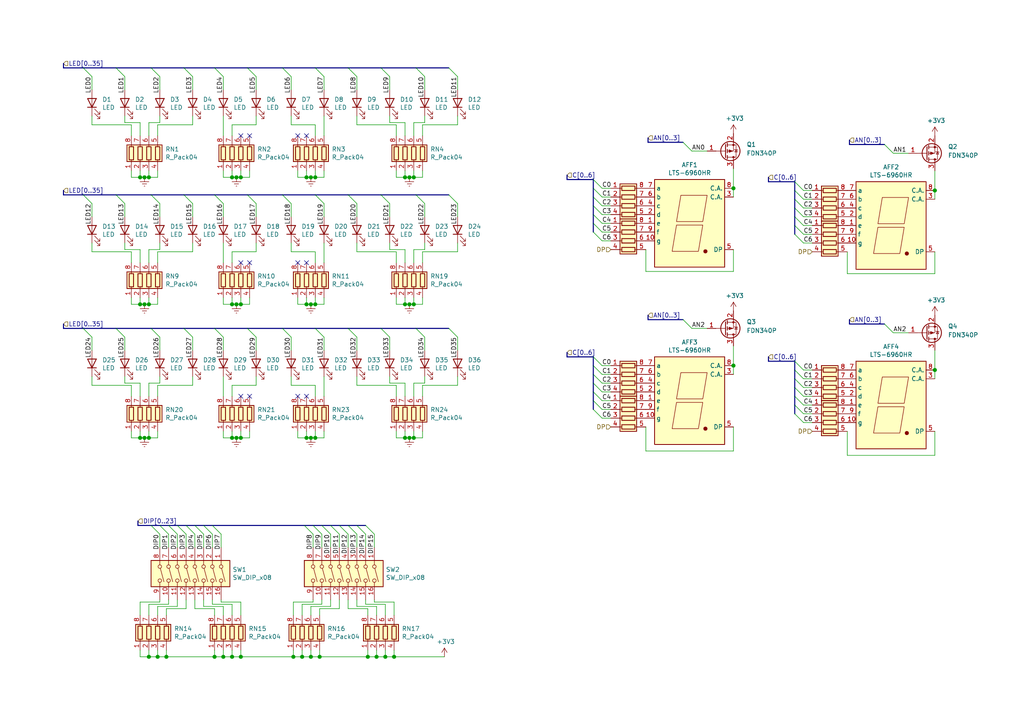
<source format=kicad_sch>
(kicad_sch (version 20201015) (generator eeschema)
  (paper "A4")
  (junction (at 40.64 51.435) (diameter 1.016))
  (junction (at 40.64 88.265) (diameter 1.016))
  (junction (at 40.64 127) (diameter 1.016))
  (junction (at 41.91 51.435) (diameter 1.016))
  (junction (at 41.91 88.265) (diameter 1.016))
  (junction (at 41.91 127) (diameter 1.016))
  (junction (at 43.18 51.435) (diameter 1.016))
  (junction (at 43.18 88.265) (diameter 1.016))
  (junction (at 43.18 127) (diameter 1.016))
  (junction (at 43.18 190.5) (diameter 1.016))
  (junction (at 45.72 190.5) (diameter 1.016))
  (junction (at 48.26 190.5) (diameter 1.016))
  (junction (at 62.23 190.5) (diameter 1.016))
  (junction (at 64.77 190.5) (diameter 1.016))
  (junction (at 67.31 51.435) (diameter 1.016))
  (junction (at 67.31 88.265) (diameter 1.016))
  (junction (at 67.31 127) (diameter 1.016))
  (junction (at 67.31 190.5) (diameter 1.016))
  (junction (at 68.58 51.435) (diameter 1.016))
  (junction (at 68.58 88.265) (diameter 1.016))
  (junction (at 68.58 127) (diameter 1.016))
  (junction (at 69.85 51.435) (diameter 1.016))
  (junction (at 69.85 88.265) (diameter 1.016))
  (junction (at 69.85 127) (diameter 1.016))
  (junction (at 69.85 190.5) (diameter 1.016))
  (junction (at 85.09 190.5) (diameter 1.016))
  (junction (at 87.63 190.5) (diameter 1.016))
  (junction (at 88.9 51.435) (diameter 1.016))
  (junction (at 88.9 88.265) (diameter 1.016))
  (junction (at 88.9 127) (diameter 1.016))
  (junction (at 90.17 51.435) (diameter 1.016))
  (junction (at 90.17 88.265) (diameter 1.016))
  (junction (at 90.17 127) (diameter 1.016))
  (junction (at 90.17 190.5) (diameter 1.016))
  (junction (at 91.44 51.435) (diameter 1.016))
  (junction (at 91.44 88.265) (diameter 1.016))
  (junction (at 91.44 127) (diameter 1.016))
  (junction (at 92.71 190.5) (diameter 1.016))
  (junction (at 106.68 190.5) (diameter 1.016))
  (junction (at 109.22 190.5) (diameter 1.016))
  (junction (at 111.76 190.5) (diameter 1.016))
  (junction (at 114.3 190.5) (diameter 1.016))
  (junction (at 117.475 51.435) (diameter 1.016))
  (junction (at 117.475 88.265) (diameter 1.016))
  (junction (at 117.475 127) (diameter 1.016))
  (junction (at 118.745 51.435) (diameter 1.016))
  (junction (at 118.745 88.265) (diameter 1.016))
  (junction (at 118.745 127) (diameter 1.016))
  (junction (at 120.015 51.435) (diameter 1.016))
  (junction (at 120.015 88.265) (diameter 1.016))
  (junction (at 120.015 127) (diameter 1.016))
  (junction (at 212.725 54.61) (diameter 1.016))
  (junction (at 212.725 106.045) (diameter 1.016))
  (junction (at 271.145 55.245) (diameter 1.016))
  (junction (at 271.145 107.315) (diameter 1.016))
  (no_connect (at 69.85 39.37))
  (no_connect (at 69.85 76.2))
  (no_connect (at 69.85 114.935))
  (no_connect (at 72.39 39.37))
  (no_connect (at 72.39 76.2))
  (no_connect (at 72.39 114.935))
  (no_connect (at 86.36 39.37))
  (no_connect (at 86.36 76.2))
  (no_connect (at 86.36 114.935))
  (no_connect (at 88.9 39.37))
  (no_connect (at 88.9 76.2))
  (no_connect (at 88.9 114.935))
  (bus_entry (at 24.13 19.685) (size 2.54 2.54) (stroke (width 0.1524)))
  (bus_entry (at 24.13 56.515) (size 2.54 2.54) (stroke (width 0.1524)))
  (bus_entry (at 24.13 95.25) (size 2.54 2.54) (stroke (width 0.1524)))
  (bus_entry (at 33.655 19.685) (size 2.54 2.54) (stroke (width 0.1524)))
  (bus_entry (at 33.655 56.515) (size 2.54 2.54) (stroke (width 0.1524)))
  (bus_entry (at 33.655 95.25) (size 2.54 2.54) (stroke (width 0.1524)))
  (bus_entry (at 43.815 19.685) (size 2.54 2.54) (stroke (width 0.1524)))
  (bus_entry (at 43.815 56.515) (size 2.54 2.54) (stroke (width 0.1524)))
  (bus_entry (at 43.815 95.25) (size 2.54 2.54) (stroke (width 0.1524)))
  (bus_entry (at 43.815 152.4) (size 2.54 2.54) (stroke (width 0.1524)))
  (bus_entry (at 46.355 152.4) (size 2.54 2.54) (stroke (width 0.1524)))
  (bus_entry (at 48.895 152.4) (size 2.54 2.54) (stroke (width 0.1524)))
  (bus_entry (at 51.435 152.4) (size 2.54 2.54) (stroke (width 0.1524)))
  (bus_entry (at 53.34 19.685) (size 2.54 2.54) (stroke (width 0.1524)))
  (bus_entry (at 53.34 56.515) (size 2.54 2.54) (stroke (width 0.1524)))
  (bus_entry (at 53.34 95.25) (size 2.54 2.54) (stroke (width 0.1524)))
  (bus_entry (at 53.975 152.4) (size 2.54 2.54) (stroke (width 0.1524)))
  (bus_entry (at 56.515 152.4) (size 2.54 2.54) (stroke (width 0.1524)))
  (bus_entry (at 59.055 152.4) (size 2.54 2.54) (stroke (width 0.1524)))
  (bus_entry (at 61.595 152.4) (size 2.54 2.54) (stroke (width 0.1524)))
  (bus_entry (at 62.23 19.685) (size 2.54 2.54) (stroke (width 0.1524)))
  (bus_entry (at 62.23 56.515) (size 2.54 2.54) (stroke (width 0.1524)))
  (bus_entry (at 62.23 95.25) (size 2.54 2.54) (stroke (width 0.1524)))
  (bus_entry (at 71.755 19.685) (size 2.54 2.54) (stroke (width 0.1524)))
  (bus_entry (at 71.755 56.515) (size 2.54 2.54) (stroke (width 0.1524)))
  (bus_entry (at 71.755 95.25) (size 2.54 2.54) (stroke (width 0.1524)))
  (bus_entry (at 81.915 19.685) (size 2.54 2.54) (stroke (width 0.1524)))
  (bus_entry (at 81.915 56.515) (size 2.54 2.54) (stroke (width 0.1524)))
  (bus_entry (at 81.915 95.25) (size 2.54 2.54) (stroke (width 0.1524)))
  (bus_entry (at 88.265 152.4) (size 2.54 2.54) (stroke (width 0.1524)))
  (bus_entry (at 90.805 152.4) (size 2.54 2.54) (stroke (width 0.1524)))
  (bus_entry (at 91.44 19.685) (size 2.54 2.54) (stroke (width 0.1524)))
  (bus_entry (at 91.44 56.515) (size 2.54 2.54) (stroke (width 0.1524)))
  (bus_entry (at 91.44 95.25) (size 2.54 2.54) (stroke (width 0.1524)))
  (bus_entry (at 93.345 152.4) (size 2.54 2.54) (stroke (width 0.1524)))
  (bus_entry (at 95.885 152.4) (size 2.54 2.54) (stroke (width 0.1524)))
  (bus_entry (at 98.425 152.4) (size 2.54 2.54) (stroke (width 0.1524)))
  (bus_entry (at 100.965 19.685) (size 2.54 2.54) (stroke (width 0.1524)))
  (bus_entry (at 100.965 56.515) (size 2.54 2.54) (stroke (width 0.1524)))
  (bus_entry (at 100.965 95.25) (size 2.54 2.54) (stroke (width 0.1524)))
  (bus_entry (at 100.965 152.4) (size 2.54 2.54) (stroke (width 0.1524)))
  (bus_entry (at 103.505 152.4) (size 2.54 2.54) (stroke (width 0.1524)))
  (bus_entry (at 106.045 152.4) (size 2.54 2.54) (stroke (width 0.1524)))
  (bus_entry (at 110.49 19.685) (size 2.54 2.54) (stroke (width 0.1524)))
  (bus_entry (at 110.49 56.515) (size 2.54 2.54) (stroke (width 0.1524)))
  (bus_entry (at 110.49 95.25) (size 2.54 2.54) (stroke (width 0.1524)))
  (bus_entry (at 120.65 19.685) (size 2.54 2.54) (stroke (width 0.1524)))
  (bus_entry (at 120.65 56.515) (size 2.54 2.54) (stroke (width 0.1524)))
  (bus_entry (at 120.65 95.25) (size 2.54 2.54) (stroke (width 0.1524)))
  (bus_entry (at 130.175 19.685) (size 2.54 2.54) (stroke (width 0.1524)))
  (bus_entry (at 130.175 56.515) (size 2.54 2.54) (stroke (width 0.1524)))
  (bus_entry (at 130.175 95.25) (size 2.54 2.54) (stroke (width 0.1524)))
  (bus_entry (at 172.085 52.07) (size 2.54 2.54) (stroke (width 0.1524)))
  (bus_entry (at 172.085 54.61) (size 2.54 2.54) (stroke (width 0.1524)))
  (bus_entry (at 172.085 57.15) (size 2.54 2.54) (stroke (width 0.1524)))
  (bus_entry (at 172.085 59.69) (size 2.54 2.54) (stroke (width 0.1524)))
  (bus_entry (at 172.085 62.23) (size 2.54 2.54) (stroke (width 0.1524)))
  (bus_entry (at 172.085 64.77) (size 2.54 2.54) (stroke (width 0.1524)))
  (bus_entry (at 172.085 67.31) (size 2.54 2.54) (stroke (width 0.1524)))
  (bus_entry (at 172.085 103.505) (size 2.54 2.54) (stroke (width 0.1524)))
  (bus_entry (at 172.085 106.045) (size 2.54 2.54) (stroke (width 0.1524)))
  (bus_entry (at 172.085 108.585) (size 2.54 2.54) (stroke (width 0.1524)))
  (bus_entry (at 172.085 111.125) (size 2.54 2.54) (stroke (width 0.1524)))
  (bus_entry (at 172.085 113.665) (size 2.54 2.54) (stroke (width 0.1524)))
  (bus_entry (at 172.085 116.205) (size 2.54 2.54) (stroke (width 0.1524)))
  (bus_entry (at 172.085 118.745) (size 2.54 2.54) (stroke (width 0.1524)))
  (bus_entry (at 198.12 41.275) (size 2.54 2.54) (stroke (width 0.1524)))
  (bus_entry (at 198.12 92.71) (size 2.54 2.54) (stroke (width 0.1524)))
  (bus_entry (at 230.505 52.705) (size 2.54 2.54) (stroke (width 0.1524)))
  (bus_entry (at 230.505 55.245) (size 2.54 2.54) (stroke (width 0.1524)))
  (bus_entry (at 230.505 57.785) (size 2.54 2.54) (stroke (width 0.1524)))
  (bus_entry (at 230.505 60.325) (size 2.54 2.54) (stroke (width 0.1524)))
  (bus_entry (at 230.505 62.865) (size 2.54 2.54) (stroke (width 0.1524)))
  (bus_entry (at 230.505 65.405) (size 2.54 2.54) (stroke (width 0.1524)))
  (bus_entry (at 230.505 67.945) (size 2.54 2.54) (stroke (width 0.1524)))
  (bus_entry (at 230.505 104.775) (size 2.54 2.54) (stroke (width 0.1524)))
  (bus_entry (at 230.505 107.315) (size 2.54 2.54) (stroke (width 0.1524)))
  (bus_entry (at 230.505 109.855) (size 2.54 2.54) (stroke (width 0.1524)))
  (bus_entry (at 230.505 112.395) (size 2.54 2.54) (stroke (width 0.1524)))
  (bus_entry (at 230.505 114.935) (size 2.54 2.54) (stroke (width 0.1524)))
  (bus_entry (at 230.505 117.475) (size 2.54 2.54) (stroke (width 0.1524)))
  (bus_entry (at 230.505 120.015) (size 2.54 2.54) (stroke (width 0.1524)))
  (bus_entry (at 256.54 41.91) (size 2.54 2.54) (stroke (width 0.1524)))
  (bus_entry (at 256.54 93.98) (size 2.54 2.54) (stroke (width 0.1524)))
  (wire (pts (xy 26.67 22.225) (xy 26.67 26.035)))
  (wire (pts (xy 26.67 33.655) (xy 26.67 36.195)))
  (wire (pts (xy 26.67 36.195) (xy 38.1 36.195)))
  (wire (pts (xy 26.67 59.055) (xy 26.67 62.865)))
  (wire (pts (xy 26.67 70.485) (xy 26.67 73.025)))
  (wire (pts (xy 26.67 73.025) (xy 38.1 73.025)))
  (wire (pts (xy 26.67 97.79) (xy 26.67 101.6)))
  (wire (pts (xy 26.67 109.22) (xy 26.67 111.76)))
  (wire (pts (xy 26.67 111.76) (xy 38.1 111.76)))
  (wire (pts (xy 36.195 22.225) (xy 36.195 26.035)))
  (wire (pts (xy 36.195 33.655) (xy 36.195 35.56)))
  (wire (pts (xy 36.195 35.56) (xy 40.64 35.56)))
  (wire (pts (xy 36.195 59.055) (xy 36.195 62.865)))
  (wire (pts (xy 36.195 70.485) (xy 36.195 72.39)))
  (wire (pts (xy 36.195 72.39) (xy 40.64 72.39)))
  (wire (pts (xy 36.195 97.79) (xy 36.195 101.6)))
  (wire (pts (xy 36.195 109.22) (xy 36.195 111.125)))
  (wire (pts (xy 36.195 111.125) (xy 40.64 111.125)))
  (wire (pts (xy 38.1 36.195) (xy 38.1 39.37)))
  (wire (pts (xy 38.1 49.53) (xy 38.1 51.435)))
  (wire (pts (xy 38.1 51.435) (xy 40.64 51.435)))
  (wire (pts (xy 38.1 73.025) (xy 38.1 76.2)))
  (wire (pts (xy 38.1 86.36) (xy 38.1 88.265)))
  (wire (pts (xy 38.1 88.265) (xy 40.64 88.265)))
  (wire (pts (xy 38.1 111.76) (xy 38.1 114.935)))
  (wire (pts (xy 38.1 125.095) (xy 38.1 127)))
  (wire (pts (xy 38.1 127) (xy 40.64 127)))
  (wire (pts (xy 40.64 35.56) (xy 40.64 39.37)))
  (wire (pts (xy 40.64 49.53) (xy 40.64 51.435)))
  (wire (pts (xy 40.64 51.435) (xy 41.91 51.435)))
  (wire (pts (xy 40.64 72.39) (xy 40.64 76.2)))
  (wire (pts (xy 40.64 86.36) (xy 40.64 88.265)))
  (wire (pts (xy 40.64 88.265) (xy 41.91 88.265)))
  (wire (pts (xy 40.64 111.125) (xy 40.64 114.935)))
  (wire (pts (xy 40.64 125.095) (xy 40.64 127)))
  (wire (pts (xy 40.64 127) (xy 41.91 127)))
  (wire (pts (xy 40.64 174.625) (xy 40.64 178.435)))
  (wire (pts (xy 40.64 188.595) (xy 40.64 190.5)))
  (wire (pts (xy 40.64 190.5) (xy 43.18 190.5)))
  (wire (pts (xy 41.91 51.435) (xy 43.18 51.435)))
  (wire (pts (xy 41.91 88.265) (xy 43.18 88.265)))
  (wire (pts (xy 41.91 127) (xy 43.18 127)))
  (wire (pts (xy 43.18 35.56) (xy 43.18 39.37)))
  (wire (pts (xy 43.18 49.53) (xy 43.18 51.435)))
  (wire (pts (xy 43.18 51.435) (xy 45.72 51.435)))
  (wire (pts (xy 43.18 72.39) (xy 43.18 76.2)))
  (wire (pts (xy 43.18 86.36) (xy 43.18 88.265)))
  (wire (pts (xy 43.18 88.265) (xy 45.72 88.265)))
  (wire (pts (xy 43.18 111.125) (xy 43.18 114.935)))
  (wire (pts (xy 43.18 125.095) (xy 43.18 127)))
  (wire (pts (xy 43.18 127) (xy 45.72 127)))
  (wire (pts (xy 43.18 175.26) (xy 43.18 178.435)))
  (wire (pts (xy 43.18 188.595) (xy 43.18 190.5)))
  (wire (pts (xy 43.18 190.5) (xy 45.72 190.5)))
  (wire (pts (xy 45.72 36.195) (xy 55.88 36.195)))
  (wire (pts (xy 45.72 39.37) (xy 45.72 36.195)))
  (wire (pts (xy 45.72 51.435) (xy 45.72 49.53)))
  (wire (pts (xy 45.72 73.025) (xy 55.88 73.025)))
  (wire (pts (xy 45.72 76.2) (xy 45.72 73.025)))
  (wire (pts (xy 45.72 88.265) (xy 45.72 86.36)))
  (wire (pts (xy 45.72 111.76) (xy 55.88 111.76)))
  (wire (pts (xy 45.72 114.935) (xy 45.72 111.76)))
  (wire (pts (xy 45.72 127) (xy 45.72 125.095)))
  (wire (pts (xy 45.72 175.895) (xy 45.72 178.435)))
  (wire (pts (xy 45.72 188.595) (xy 45.72 190.5)))
  (wire (pts (xy 45.72 190.5) (xy 48.26 190.5)))
  (wire (pts (xy 46.355 22.225) (xy 46.355 26.035)))
  (wire (pts (xy 46.355 33.655) (xy 46.355 35.56)))
  (wire (pts (xy 46.355 35.56) (xy 43.18 35.56)))
  (wire (pts (xy 46.355 59.055) (xy 46.355 62.865)))
  (wire (pts (xy 46.355 70.485) (xy 46.355 72.39)))
  (wire (pts (xy 46.355 72.39) (xy 43.18 72.39)))
  (wire (pts (xy 46.355 97.79) (xy 46.355 101.6)))
  (wire (pts (xy 46.355 109.22) (xy 46.355 111.125)))
  (wire (pts (xy 46.355 111.125) (xy 43.18 111.125)))
  (wire (pts (xy 46.355 154.94) (xy 46.355 158.75)))
  (wire (pts (xy 46.355 173.99) (xy 46.355 174.625)))
  (wire (pts (xy 46.355 174.625) (xy 40.64 174.625)))
  (wire (pts (xy 48.26 176.53) (xy 48.26 178.435)))
  (wire (pts (xy 48.26 190.5) (xy 48.26 188.595)))
  (wire (pts (xy 48.26 190.5) (xy 62.23 190.5)))
  (wire (pts (xy 48.895 154.94) (xy 48.895 158.75)))
  (wire (pts (xy 48.895 173.99) (xy 48.895 175.26)))
  (wire (pts (xy 48.895 175.26) (xy 43.18 175.26)))
  (wire (pts (xy 51.435 154.94) (xy 51.435 158.75)))
  (wire (pts (xy 51.435 173.99) (xy 51.435 175.895)))
  (wire (pts (xy 51.435 175.895) (xy 45.72 175.895)))
  (wire (pts (xy 53.975 154.94) (xy 53.975 158.75)))
  (wire (pts (xy 53.975 173.99) (xy 53.975 176.53)))
  (wire (pts (xy 53.975 176.53) (xy 48.26 176.53)))
  (wire (pts (xy 55.88 22.225) (xy 55.88 26.035)))
  (wire (pts (xy 55.88 36.195) (xy 55.88 33.655)))
  (wire (pts (xy 55.88 59.055) (xy 55.88 62.865)))
  (wire (pts (xy 55.88 73.025) (xy 55.88 70.485)))
  (wire (pts (xy 55.88 97.79) (xy 55.88 101.6)))
  (wire (pts (xy 55.88 111.76) (xy 55.88 109.22)))
  (wire (pts (xy 56.515 154.94) (xy 56.515 158.75)))
  (wire (pts (xy 56.515 173.99) (xy 56.515 176.53)))
  (wire (pts (xy 56.515 176.53) (xy 62.23 176.53)))
  (wire (pts (xy 59.055 154.94) (xy 59.055 158.75)))
  (wire (pts (xy 59.055 173.99) (xy 59.055 175.895)))
  (wire (pts (xy 59.055 175.895) (xy 64.77 175.895)))
  (wire (pts (xy 61.595 154.94) (xy 61.595 158.75)))
  (wire (pts (xy 61.595 173.99) (xy 61.595 175.26)))
  (wire (pts (xy 61.595 175.26) (xy 67.31 175.26)))
  (wire (pts (xy 62.23 176.53) (xy 62.23 178.435)))
  (wire (pts (xy 62.23 188.595) (xy 62.23 190.5)))
  (wire (pts (xy 62.23 190.5) (xy 64.77 190.5)))
  (wire (pts (xy 64.135 154.94) (xy 64.135 158.75)))
  (wire (pts (xy 64.135 173.99) (xy 64.135 174.625)))
  (wire (pts (xy 64.135 174.625) (xy 69.85 174.625)))
  (wire (pts (xy 64.77 22.225) (xy 64.77 26.035)))
  (wire (pts (xy 64.77 33.655) (xy 64.77 39.37)))
  (wire (pts (xy 64.77 49.53) (xy 64.77 51.435)))
  (wire (pts (xy 64.77 51.435) (xy 67.31 51.435)))
  (wire (pts (xy 64.77 59.055) (xy 64.77 62.865)))
  (wire (pts (xy 64.77 70.485) (xy 64.77 76.2)))
  (wire (pts (xy 64.77 86.36) (xy 64.77 88.265)))
  (wire (pts (xy 64.77 88.265) (xy 67.31 88.265)))
  (wire (pts (xy 64.77 97.79) (xy 64.77 101.6)))
  (wire (pts (xy 64.77 109.22) (xy 64.77 114.935)))
  (wire (pts (xy 64.77 125.095) (xy 64.77 127)))
  (wire (pts (xy 64.77 127) (xy 67.31 127)))
  (wire (pts (xy 64.77 175.895) (xy 64.77 178.435)))
  (wire (pts (xy 64.77 188.595) (xy 64.77 190.5)))
  (wire (pts (xy 64.77 190.5) (xy 67.31 190.5)))
  (wire (pts (xy 67.31 36.195) (xy 67.31 39.37)))
  (wire (pts (xy 67.31 36.195) (xy 74.295 36.195)))
  (wire (pts (xy 67.31 49.53) (xy 67.31 51.435)))
  (wire (pts (xy 67.31 51.435) (xy 68.58 51.435)))
  (wire (pts (xy 67.31 73.025) (xy 67.31 76.2)))
  (wire (pts (xy 67.31 73.025) (xy 74.295 73.025)))
  (wire (pts (xy 67.31 86.36) (xy 67.31 88.265)))
  (wire (pts (xy 67.31 88.265) (xy 68.58 88.265)))
  (wire (pts (xy 67.31 111.76) (xy 67.31 114.935)))
  (wire (pts (xy 67.31 111.76) (xy 74.295 111.76)))
  (wire (pts (xy 67.31 125.095) (xy 67.31 127)))
  (wire (pts (xy 67.31 127) (xy 68.58 127)))
  (wire (pts (xy 67.31 175.26) (xy 67.31 178.435)))
  (wire (pts (xy 67.31 188.595) (xy 67.31 190.5)))
  (wire (pts (xy 67.31 190.5) (xy 69.85 190.5)))
  (wire (pts (xy 68.58 51.435) (xy 69.85 51.435)))
  (wire (pts (xy 68.58 88.265) (xy 69.85 88.265)))
  (wire (pts (xy 68.58 127) (xy 69.85 127)))
  (wire (pts (xy 69.85 49.53) (xy 69.85 51.435)))
  (wire (pts (xy 69.85 51.435) (xy 72.39 51.435)))
  (wire (pts (xy 69.85 86.36) (xy 69.85 88.265)))
  (wire (pts (xy 69.85 88.265) (xy 72.39 88.265)))
  (wire (pts (xy 69.85 125.095) (xy 69.85 127)))
  (wire (pts (xy 69.85 127) (xy 72.39 127)))
  (wire (pts (xy 69.85 174.625) (xy 69.85 178.435)))
  (wire (pts (xy 69.85 190.5) (xy 69.85 188.595)))
  (wire (pts (xy 69.85 190.5) (xy 85.09 190.5)))
  (wire (pts (xy 72.39 51.435) (xy 72.39 49.53)))
  (wire (pts (xy 72.39 88.265) (xy 72.39 86.36)))
  (wire (pts (xy 72.39 127) (xy 72.39 125.095)))
  (wire (pts (xy 74.295 22.225) (xy 74.295 26.035)))
  (wire (pts (xy 74.295 36.195) (xy 74.295 33.655)))
  (wire (pts (xy 74.295 59.055) (xy 74.295 62.865)))
  (wire (pts (xy 74.295 73.025) (xy 74.295 70.485)))
  (wire (pts (xy 74.295 97.79) (xy 74.295 101.6)))
  (wire (pts (xy 74.295 111.76) (xy 74.295 109.22)))
  (wire (pts (xy 84.455 22.225) (xy 84.455 26.035)))
  (wire (pts (xy 84.455 33.655) (xy 84.455 36.195)))
  (wire (pts (xy 84.455 36.195) (xy 91.44 36.195)))
  (wire (pts (xy 84.455 59.055) (xy 84.455 62.865)))
  (wire (pts (xy 84.455 70.485) (xy 84.455 73.025)))
  (wire (pts (xy 84.455 73.025) (xy 91.44 73.025)))
  (wire (pts (xy 84.455 97.79) (xy 84.455 101.6)))
  (wire (pts (xy 84.455 109.22) (xy 84.455 111.76)))
  (wire (pts (xy 84.455 111.76) (xy 91.44 111.76)))
  (wire (pts (xy 85.09 174.625) (xy 85.09 178.435)))
  (wire (pts (xy 85.09 188.595) (xy 85.09 190.5)))
  (wire (pts (xy 85.09 190.5) (xy 87.63 190.5)))
  (wire (pts (xy 86.36 49.53) (xy 86.36 51.435)))
  (wire (pts (xy 86.36 51.435) (xy 88.9 51.435)))
  (wire (pts (xy 86.36 86.36) (xy 86.36 88.265)))
  (wire (pts (xy 86.36 88.265) (xy 88.9 88.265)))
  (wire (pts (xy 86.36 125.095) (xy 86.36 127)))
  (wire (pts (xy 86.36 127) (xy 88.9 127)))
  (wire (pts (xy 87.63 175.26) (xy 87.63 178.435)))
  (wire (pts (xy 87.63 188.595) (xy 87.63 190.5)))
  (wire (pts (xy 87.63 190.5) (xy 90.17 190.5)))
  (wire (pts (xy 88.9 49.53) (xy 88.9 51.435)))
  (wire (pts (xy 88.9 51.435) (xy 90.17 51.435)))
  (wire (pts (xy 88.9 86.36) (xy 88.9 88.265)))
  (wire (pts (xy 88.9 88.265) (xy 90.17 88.265)))
  (wire (pts (xy 88.9 125.095) (xy 88.9 127)))
  (wire (pts (xy 88.9 127) (xy 90.17 127)))
  (wire (pts (xy 90.17 51.435) (xy 91.44 51.435)))
  (wire (pts (xy 90.17 88.265) (xy 91.44 88.265)))
  (wire (pts (xy 90.17 127) (xy 91.44 127)))
  (wire (pts (xy 90.17 175.895) (xy 90.17 178.435)))
  (wire (pts (xy 90.17 188.595) (xy 90.17 190.5)))
  (wire (pts (xy 90.17 190.5) (xy 92.71 190.5)))
  (wire (pts (xy 90.805 154.94) (xy 90.805 158.75)))
  (wire (pts (xy 90.805 173.99) (xy 90.805 174.625)))
  (wire (pts (xy 90.805 174.625) (xy 85.09 174.625)))
  (wire (pts (xy 91.44 36.195) (xy 91.44 39.37)))
  (wire (pts (xy 91.44 49.53) (xy 91.44 51.435)))
  (wire (pts (xy 91.44 51.435) (xy 93.98 51.435)))
  (wire (pts (xy 91.44 73.025) (xy 91.44 76.2)))
  (wire (pts (xy 91.44 86.36) (xy 91.44 88.265)))
  (wire (pts (xy 91.44 88.265) (xy 93.98 88.265)))
  (wire (pts (xy 91.44 111.76) (xy 91.44 114.935)))
  (wire (pts (xy 91.44 125.095) (xy 91.44 127)))
  (wire (pts (xy 91.44 127) (xy 93.98 127)))
  (wire (pts (xy 92.71 176.53) (xy 92.71 178.435)))
  (wire (pts (xy 92.71 190.5) (xy 92.71 188.595)))
  (wire (pts (xy 92.71 190.5) (xy 106.68 190.5)))
  (wire (pts (xy 93.345 154.94) (xy 93.345 158.75)))
  (wire (pts (xy 93.345 173.99) (xy 93.345 175.26)))
  (wire (pts (xy 93.345 175.26) (xy 87.63 175.26)))
  (wire (pts (xy 93.98 22.225) (xy 93.98 26.035)))
  (wire (pts (xy 93.98 33.655) (xy 93.98 39.37)))
  (wire (pts (xy 93.98 51.435) (xy 93.98 49.53)))
  (wire (pts (xy 93.98 59.055) (xy 93.98 62.865)))
  (wire (pts (xy 93.98 70.485) (xy 93.98 76.2)))
  (wire (pts (xy 93.98 88.265) (xy 93.98 86.36)))
  (wire (pts (xy 93.98 97.79) (xy 93.98 101.6)))
  (wire (pts (xy 93.98 109.22) (xy 93.98 114.935)))
  (wire (pts (xy 93.98 127) (xy 93.98 125.095)))
  (wire (pts (xy 95.885 154.94) (xy 95.885 158.75)))
  (wire (pts (xy 95.885 173.99) (xy 95.885 175.895)))
  (wire (pts (xy 95.885 175.895) (xy 90.17 175.895)))
  (wire (pts (xy 98.425 154.94) (xy 98.425 158.75)))
  (wire (pts (xy 98.425 173.99) (xy 98.425 176.53)))
  (wire (pts (xy 98.425 176.53) (xy 92.71 176.53)))
  (wire (pts (xy 100.965 154.94) (xy 100.965 158.75)))
  (wire (pts (xy 100.965 173.99) (xy 100.965 176.53)))
  (wire (pts (xy 100.965 176.53) (xy 106.68 176.53)))
  (wire (pts (xy 103.505 22.225) (xy 103.505 26.035)))
  (wire (pts (xy 103.505 33.655) (xy 103.505 36.195)))
  (wire (pts (xy 103.505 36.195) (xy 114.935 36.195)))
  (wire (pts (xy 103.505 59.055) (xy 103.505 62.865)))
  (wire (pts (xy 103.505 70.485) (xy 103.505 73.025)))
  (wire (pts (xy 103.505 73.025) (xy 114.935 73.025)))
  (wire (pts (xy 103.505 97.79) (xy 103.505 101.6)))
  (wire (pts (xy 103.505 109.22) (xy 103.505 111.76)))
  (wire (pts (xy 103.505 111.76) (xy 114.935 111.76)))
  (wire (pts (xy 103.505 154.94) (xy 103.505 158.75)))
  (wire (pts (xy 103.505 173.99) (xy 103.505 175.895)))
  (wire (pts (xy 103.505 175.895) (xy 109.22 175.895)))
  (wire (pts (xy 106.045 154.94) (xy 106.045 158.75)))
  (wire (pts (xy 106.045 173.99) (xy 106.045 175.26)))
  (wire (pts (xy 106.045 175.26) (xy 111.76 175.26)))
  (wire (pts (xy 106.68 176.53) (xy 106.68 178.435)))
  (wire (pts (xy 106.68 188.595) (xy 106.68 190.5)))
  (wire (pts (xy 106.68 190.5) (xy 109.22 190.5)))
  (wire (pts (xy 108.585 154.94) (xy 108.585 158.75)))
  (wire (pts (xy 108.585 173.99) (xy 108.585 174.625)))
  (wire (pts (xy 108.585 174.625) (xy 114.3 174.625)))
  (wire (pts (xy 109.22 175.895) (xy 109.22 178.435)))
  (wire (pts (xy 109.22 188.595) (xy 109.22 190.5)))
  (wire (pts (xy 109.22 190.5) (xy 111.76 190.5)))
  (wire (pts (xy 111.76 175.26) (xy 111.76 178.435)))
  (wire (pts (xy 111.76 188.595) (xy 111.76 190.5)))
  (wire (pts (xy 111.76 190.5) (xy 114.3 190.5)))
  (wire (pts (xy 113.03 22.225) (xy 113.03 26.035)))
  (wire (pts (xy 113.03 33.655) (xy 113.03 35.56)))
  (wire (pts (xy 113.03 35.56) (xy 117.475 35.56)))
  (wire (pts (xy 113.03 59.055) (xy 113.03 62.865)))
  (wire (pts (xy 113.03 70.485) (xy 113.03 72.39)))
  (wire (pts (xy 113.03 72.39) (xy 117.475 72.39)))
  (wire (pts (xy 113.03 97.79) (xy 113.03 101.6)))
  (wire (pts (xy 113.03 109.22) (xy 113.03 111.125)))
  (wire (pts (xy 113.03 111.125) (xy 117.475 111.125)))
  (wire (pts (xy 114.3 174.625) (xy 114.3 178.435)))
  (wire (pts (xy 114.3 190.5) (xy 114.3 188.595)))
  (wire (pts (xy 114.3 190.5) (xy 128.905 190.5)))
  (wire (pts (xy 114.935 36.195) (xy 114.935 39.37)))
  (wire (pts (xy 114.935 49.53) (xy 114.935 51.435)))
  (wire (pts (xy 114.935 51.435) (xy 117.475 51.435)))
  (wire (pts (xy 114.935 73.025) (xy 114.935 76.2)))
  (wire (pts (xy 114.935 86.36) (xy 114.935 88.265)))
  (wire (pts (xy 114.935 88.265) (xy 117.475 88.265)))
  (wire (pts (xy 114.935 111.76) (xy 114.935 114.935)))
  (wire (pts (xy 114.935 125.095) (xy 114.935 127)))
  (wire (pts (xy 114.935 127) (xy 117.475 127)))
  (wire (pts (xy 117.475 35.56) (xy 117.475 39.37)))
  (wire (pts (xy 117.475 49.53) (xy 117.475 51.435)))
  (wire (pts (xy 117.475 51.435) (xy 118.745 51.435)))
  (wire (pts (xy 117.475 72.39) (xy 117.475 76.2)))
  (wire (pts (xy 117.475 86.36) (xy 117.475 88.265)))
  (wire (pts (xy 117.475 88.265) (xy 118.745 88.265)))
  (wire (pts (xy 117.475 111.125) (xy 117.475 114.935)))
  (wire (pts (xy 117.475 125.095) (xy 117.475 127)))
  (wire (pts (xy 117.475 127) (xy 118.745 127)))
  (wire (pts (xy 118.745 51.435) (xy 120.015 51.435)))
  (wire (pts (xy 118.745 88.265) (xy 120.015 88.265)))
  (wire (pts (xy 118.745 127) (xy 120.015 127)))
  (wire (pts (xy 120.015 35.56) (xy 120.015 39.37)))
  (wire (pts (xy 120.015 49.53) (xy 120.015 51.435)))
  (wire (pts (xy 120.015 51.435) (xy 122.555 51.435)))
  (wire (pts (xy 120.015 72.39) (xy 120.015 76.2)))
  (wire (pts (xy 120.015 86.36) (xy 120.015 88.265)))
  (wire (pts (xy 120.015 88.265) (xy 122.555 88.265)))
  (wire (pts (xy 120.015 111.125) (xy 120.015 114.935)))
  (wire (pts (xy 120.015 125.095) (xy 120.015 127)))
  (wire (pts (xy 120.015 127) (xy 122.555 127)))
  (wire (pts (xy 122.555 36.195) (xy 132.715 36.195)))
  (wire (pts (xy 122.555 39.37) (xy 122.555 36.195)))
  (wire (pts (xy 122.555 51.435) (xy 122.555 49.53)))
  (wire (pts (xy 122.555 73.025) (xy 132.715 73.025)))
  (wire (pts (xy 122.555 76.2) (xy 122.555 73.025)))
  (wire (pts (xy 122.555 88.265) (xy 122.555 86.36)))
  (wire (pts (xy 122.555 111.76) (xy 132.715 111.76)))
  (wire (pts (xy 122.555 114.935) (xy 122.555 111.76)))
  (wire (pts (xy 122.555 127) (xy 122.555 125.095)))
  (wire (pts (xy 123.19 22.225) (xy 123.19 26.035)))
  (wire (pts (xy 123.19 33.655) (xy 123.19 35.56)))
  (wire (pts (xy 123.19 35.56) (xy 120.015 35.56)))
  (wire (pts (xy 123.19 59.055) (xy 123.19 62.865)))
  (wire (pts (xy 123.19 70.485) (xy 123.19 72.39)))
  (wire (pts (xy 123.19 72.39) (xy 120.015 72.39)))
  (wire (pts (xy 123.19 97.79) (xy 123.19 101.6)))
  (wire (pts (xy 123.19 109.22) (xy 123.19 111.125)))
  (wire (pts (xy 123.19 111.125) (xy 120.015 111.125)))
  (wire (pts (xy 132.715 22.225) (xy 132.715 26.035)))
  (wire (pts (xy 132.715 36.195) (xy 132.715 33.655)))
  (wire (pts (xy 132.715 59.055) (xy 132.715 62.865)))
  (wire (pts (xy 132.715 73.025) (xy 132.715 70.485)))
  (wire (pts (xy 132.715 97.79) (xy 132.715 101.6)))
  (wire (pts (xy 132.715 111.76) (xy 132.715 109.22)))
  (wire (pts (xy 177.165 54.61) (xy 174.625 54.61)))
  (wire (pts (xy 177.165 57.15) (xy 174.625 57.15)))
  (wire (pts (xy 177.165 59.69) (xy 174.625 59.69)))
  (wire (pts (xy 177.165 62.23) (xy 174.625 62.23)))
  (wire (pts (xy 177.165 64.77) (xy 174.625 64.77)))
  (wire (pts (xy 177.165 67.31) (xy 174.625 67.31)))
  (wire (pts (xy 177.165 69.85) (xy 174.625 69.85)))
  (wire (pts (xy 177.165 106.045) (xy 174.625 106.045)))
  (wire (pts (xy 177.165 108.585) (xy 174.625 108.585)))
  (wire (pts (xy 177.165 111.125) (xy 174.625 111.125)))
  (wire (pts (xy 177.165 113.665) (xy 174.625 113.665)))
  (wire (pts (xy 177.165 116.205) (xy 174.625 116.205)))
  (wire (pts (xy 177.165 118.745) (xy 174.625 118.745)))
  (wire (pts (xy 177.165 121.285) (xy 174.625 121.285)))
  (wire (pts (xy 187.325 72.39) (xy 187.325 78.74)))
  (wire (pts (xy 187.325 78.74) (xy 212.725 78.74)))
  (wire (pts (xy 187.325 123.825) (xy 187.325 130.81)))
  (wire (pts (xy 187.325 130.81) (xy 212.725 130.81)))
  (wire (pts (xy 205.105 43.815) (xy 200.66 43.815)))
  (wire (pts (xy 205.105 95.25) (xy 200.66 95.25)))
  (wire (pts (xy 212.725 48.895) (xy 212.725 54.61)))
  (wire (pts (xy 212.725 54.61) (xy 212.725 57.15)))
  (wire (pts (xy 212.725 78.74) (xy 212.725 72.39)))
  (wire (pts (xy 212.725 100.33) (xy 212.725 106.045)))
  (wire (pts (xy 212.725 106.045) (xy 212.725 108.585)))
  (wire (pts (xy 212.725 130.81) (xy 212.725 123.825)))
  (wire (pts (xy 235.585 55.245) (xy 233.045 55.245)))
  (wire (pts (xy 235.585 57.785) (xy 233.045 57.785)))
  (wire (pts (xy 235.585 60.325) (xy 233.045 60.325)))
  (wire (pts (xy 235.585 62.865) (xy 233.045 62.865)))
  (wire (pts (xy 235.585 65.405) (xy 233.045 65.405)))
  (wire (pts (xy 235.585 67.945) (xy 233.045 67.945)))
  (wire (pts (xy 235.585 70.485) (xy 233.045 70.485)))
  (wire (pts (xy 235.585 107.315) (xy 233.045 107.315)))
  (wire (pts (xy 235.585 109.855) (xy 233.045 109.855)))
  (wire (pts (xy 235.585 112.395) (xy 233.045 112.395)))
  (wire (pts (xy 235.585 114.935) (xy 233.045 114.935)))
  (wire (pts (xy 235.585 117.475) (xy 233.045 117.475)))
  (wire (pts (xy 235.585 120.015) (xy 233.045 120.015)))
  (wire (pts (xy 235.585 122.555) (xy 233.045 122.555)))
  (wire (pts (xy 245.745 73.025) (xy 245.745 79.375)))
  (wire (pts (xy 245.745 79.375) (xy 271.145 79.375)))
  (wire (pts (xy 245.745 125.095) (xy 245.745 132.08)))
  (wire (pts (xy 245.745 132.08) (xy 271.145 132.08)))
  (wire (pts (xy 263.525 44.45) (xy 259.08 44.45)))
  (wire (pts (xy 263.525 96.52) (xy 259.08 96.52)))
  (wire (pts (xy 271.145 49.53) (xy 271.145 55.245)))
  (wire (pts (xy 271.145 55.245) (xy 271.145 57.785)))
  (wire (pts (xy 271.145 79.375) (xy 271.145 73.025)))
  (wire (pts (xy 271.145 101.6) (xy 271.145 107.315)))
  (wire (pts (xy 271.145 107.315) (xy 271.145 109.855)))
  (wire (pts (xy 271.145 132.08) (xy 271.145 125.095)))
  (bus (pts (xy 18.415 18.415) (xy 18.415 19.685)))
  (bus (pts (xy 18.415 19.685) (xy 24.13 19.685)))
  (bus (pts (xy 18.415 55.245) (xy 18.415 56.515)))
  (bus (pts (xy 18.415 56.515) (xy 24.13 56.515)))
  (bus (pts (xy 18.415 93.98) (xy 18.415 95.25)))
  (bus (pts (xy 18.415 95.25) (xy 24.13 95.25)))
  (bus (pts (xy 24.13 19.685) (xy 33.655 19.685)))
  (bus (pts (xy 24.13 56.515) (xy 33.655 56.515)))
  (bus (pts (xy 24.13 95.25) (xy 33.655 95.25)))
  (bus (pts (xy 33.655 19.685) (xy 43.815 19.685)))
  (bus (pts (xy 33.655 56.515) (xy 43.815 56.515)))
  (bus (pts (xy 33.655 95.25) (xy 43.815 95.25)))
  (bus (pts (xy 40.005 151.13) (xy 40.005 152.4)))
  (bus (pts (xy 40.005 152.4) (xy 43.815 152.4)))
  (bus (pts (xy 43.815 19.685) (xy 53.34 19.685)))
  (bus (pts (xy 43.815 56.515) (xy 53.34 56.515)))
  (bus (pts (xy 43.815 95.25) (xy 53.34 95.25)))
  (bus (pts (xy 43.815 152.4) (xy 46.355 152.4)))
  (bus (pts (xy 46.355 152.4) (xy 48.895 152.4)))
  (bus (pts (xy 48.895 152.4) (xy 51.435 152.4)))
  (bus (pts (xy 51.435 152.4) (xy 53.975 152.4)))
  (bus (pts (xy 53.34 19.685) (xy 62.23 19.685)))
  (bus (pts (xy 53.34 56.515) (xy 62.23 56.515)))
  (bus (pts (xy 53.34 95.25) (xy 62.23 95.25)))
  (bus (pts (xy 53.975 152.4) (xy 56.515 152.4)))
  (bus (pts (xy 56.515 152.4) (xy 59.055 152.4)))
  (bus (pts (xy 59.055 152.4) (xy 61.595 152.4)))
  (bus (pts (xy 61.595 152.4) (xy 88.265 152.4)))
  (bus (pts (xy 62.23 19.685) (xy 71.755 19.685)))
  (bus (pts (xy 62.23 56.515) (xy 71.755 56.515)))
  (bus (pts (xy 62.23 95.25) (xy 71.755 95.25)))
  (bus (pts (xy 71.755 19.685) (xy 81.915 19.685)))
  (bus (pts (xy 71.755 56.515) (xy 81.915 56.515)))
  (bus (pts (xy 71.755 95.25) (xy 81.915 95.25)))
  (bus (pts (xy 81.915 19.685) (xy 91.44 19.685)))
  (bus (pts (xy 81.915 56.515) (xy 91.44 56.515)))
  (bus (pts (xy 81.915 95.25) (xy 91.44 95.25)))
  (bus (pts (xy 88.265 152.4) (xy 90.805 152.4)))
  (bus (pts (xy 90.805 152.4) (xy 93.345 152.4)))
  (bus (pts (xy 91.44 19.685) (xy 100.965 19.685)))
  (bus (pts (xy 91.44 56.515) (xy 100.965 56.515)))
  (bus (pts (xy 91.44 95.25) (xy 100.965 95.25)))
  (bus (pts (xy 93.345 152.4) (xy 95.885 152.4)))
  (bus (pts (xy 95.885 152.4) (xy 98.425 152.4)))
  (bus (pts (xy 98.425 152.4) (xy 100.965 152.4)))
  (bus (pts (xy 100.965 19.685) (xy 110.49 19.685)))
  (bus (pts (xy 100.965 56.515) (xy 110.49 56.515)))
  (bus (pts (xy 100.965 95.25) (xy 110.49 95.25)))
  (bus (pts (xy 100.965 152.4) (xy 103.505 152.4)))
  (bus (pts (xy 103.505 152.4) (xy 106.045 152.4)))
  (bus (pts (xy 110.49 19.685) (xy 120.65 19.685)))
  (bus (pts (xy 110.49 56.515) (xy 120.65 56.515)))
  (bus (pts (xy 110.49 95.25) (xy 120.65 95.25)))
  (bus (pts (xy 120.65 19.685) (xy 130.175 19.685)))
  (bus (pts (xy 120.65 56.515) (xy 130.175 56.515)))
  (bus (pts (xy 120.65 95.25) (xy 130.175 95.25)))
  (bus (pts (xy 164.465 50.8) (xy 164.465 52.07)))
  (bus (pts (xy 164.465 102.235) (xy 164.465 103.505)))
  (bus (pts (xy 172.085 52.07) (xy 164.465 52.07)))
  (bus (pts (xy 172.085 52.07) (xy 172.085 54.61)))
  (bus (pts (xy 172.085 54.61) (xy 172.085 57.15)))
  (bus (pts (xy 172.085 57.15) (xy 172.085 59.69)))
  (bus (pts (xy 172.085 59.69) (xy 172.085 62.23)))
  (bus (pts (xy 172.085 62.23) (xy 172.085 64.77)))
  (bus (pts (xy 172.085 64.77) (xy 172.085 67.31)))
  (bus (pts (xy 172.085 103.505) (xy 164.465 103.505)))
  (bus (pts (xy 172.085 103.505) (xy 172.085 106.045)))
  (bus (pts (xy 172.085 106.045) (xy 172.085 108.585)))
  (bus (pts (xy 172.085 108.585) (xy 172.085 111.125)))
  (bus (pts (xy 172.085 111.125) (xy 172.085 113.665)))
  (bus (pts (xy 172.085 113.665) (xy 172.085 116.205)))
  (bus (pts (xy 172.085 116.205) (xy 172.085 118.745)))
  (bus (pts (xy 187.96 41.275) (xy 187.96 40.005)))
  (bus (pts (xy 187.96 92.71) (xy 187.96 91.44)))
  (bus (pts (xy 198.12 41.275) (xy 187.96 41.275)))
  (bus (pts (xy 198.12 92.71) (xy 187.96 92.71)))
  (bus (pts (xy 222.885 51.435) (xy 222.885 52.705)))
  (bus (pts (xy 222.885 103.505) (xy 222.885 104.775)))
  (bus (pts (xy 230.505 52.705) (xy 222.885 52.705)))
  (bus (pts (xy 230.505 52.705) (xy 230.505 55.245)))
  (bus (pts (xy 230.505 55.245) (xy 230.505 57.785)))
  (bus (pts (xy 230.505 57.785) (xy 230.505 60.325)))
  (bus (pts (xy 230.505 60.325) (xy 230.505 62.865)))
  (bus (pts (xy 230.505 62.865) (xy 230.505 65.405)))
  (bus (pts (xy 230.505 65.405) (xy 230.505 67.945)))
  (bus (pts (xy 230.505 104.775) (xy 222.885 104.775)))
  (bus (pts (xy 230.505 104.775) (xy 230.505 107.315)))
  (bus (pts (xy 230.505 107.315) (xy 230.505 109.855)))
  (bus (pts (xy 230.505 109.855) (xy 230.505 112.395)))
  (bus (pts (xy 230.505 112.395) (xy 230.505 114.935)))
  (bus (pts (xy 230.505 114.935) (xy 230.505 117.475)))
  (bus (pts (xy 230.505 117.475) (xy 230.505 120.015)))
  (bus (pts (xy 246.38 41.91) (xy 246.38 40.64)))
  (bus (pts (xy 246.38 93.98) (xy 246.38 92.71)))
  (bus (pts (xy 256.54 41.91) (xy 246.38 41.91)))
  (bus (pts (xy 256.54 93.98) (xy 246.38 93.98)))
  (label "LED0" (at 26.67 22.225 270))
  (label "LED12" (at 26.67 59.055 270))
  (label "LED24" (at 26.67 97.79 270))
  (label "LED1" (at 36.195 22.225 270))
  (label "LED13" (at 36.195 59.055 270))
  (label "LED25" (at 36.195 97.79 270))
  (label "LED2" (at 46.355 22.225 270))
  (label "LED14" (at 46.355 59.055 270))
  (label "LED26" (at 46.355 97.79 270))
  (label "DIP0" (at 46.355 154.94 270))
  (label "DIP1" (at 48.895 154.94 270))
  (label "DIP2" (at 51.435 154.94 270))
  (label "DIP3" (at 53.975 154.94 270))
  (label "LED3" (at 55.88 22.225 270))
  (label "LED15" (at 55.88 59.055 270))
  (label "LED27" (at 55.88 97.79 270))
  (label "DIP4" (at 56.515 154.94 270))
  (label "DIP5" (at 59.055 154.94 270))
  (label "DIP6" (at 61.595 154.94 270))
  (label "DIP7" (at 64.135 154.94 270))
  (label "LED4" (at 64.77 22.225 270))
  (label "LED16" (at 64.77 59.055 270))
  (label "LED28" (at 64.77 97.79 270))
  (label "LED5" (at 74.295 22.225 270))
  (label "LED17" (at 74.295 59.055 270))
  (label "LED29" (at 74.295 97.79 270))
  (label "LED6" (at 84.455 22.225 270))
  (label "LED18" (at 84.455 59.055 270))
  (label "LED30" (at 84.455 97.79 270))
  (label "DIP8" (at 90.805 154.94 270))
  (label "DIP9" (at 93.345 154.94 270))
  (label "LED7" (at 93.98 22.225 270))
  (label "LED19" (at 93.98 59.055 270))
  (label "LED31" (at 93.98 97.79 270))
  (label "DIP10" (at 95.885 154.94 270))
  (label "DIP11" (at 98.425 154.94 270))
  (label "DIP12" (at 100.965 154.94 270))
  (label "LED8" (at 103.505 22.225 270))
  (label "LED20" (at 103.505 59.055 270))
  (label "LED32" (at 103.505 97.79 270))
  (label "DIP13" (at 103.505 154.94 270))
  (label "DIP14" (at 106.045 154.94 270))
  (label "DIP15" (at 108.585 154.94 270))
  (label "LED9" (at 113.03 22.225 270))
  (label "LED21" (at 113.03 59.055 270))
  (label "LED33" (at 113.03 97.79 270))
  (label "LED10" (at 123.19 22.225 270))
  (label "LED22" (at 123.19 59.055 270))
  (label "LED34" (at 123.19 97.79 270))
  (label "LED11" (at 132.715 22.225 270))
  (label "LED23" (at 132.715 59.055 270))
  (label "LED35" (at 132.715 97.79 270))
  (label "C0" (at 174.625 54.61 0))
  (label "C1" (at 174.625 57.15 0))
  (label "C2" (at 174.625 59.69 0))
  (label "C3" (at 174.625 62.23 0))
  (label "C4" (at 174.625 64.77 0))
  (label "C5" (at 174.625 67.31 0))
  (label "C6" (at 174.625 69.85 0))
  (label "C0" (at 174.625 106.045 0))
  (label "C1" (at 174.625 108.585 0))
  (label "C2" (at 174.625 111.125 0))
  (label "C3" (at 174.625 113.665 0))
  (label "C4" (at 174.625 116.205 0))
  (label "C5" (at 174.625 118.745 0))
  (label "C6" (at 174.625 121.285 0))
  (label "AN0" (at 200.66 43.815 0))
  (label "AN2" (at 200.66 95.25 0))
  (label "C0" (at 233.045 55.245 0))
  (label "C1" (at 233.045 57.785 0))
  (label "C2" (at 233.045 60.325 0))
  (label "C3" (at 233.045 62.865 0))
  (label "C4" (at 233.045 65.405 0))
  (label "C5" (at 233.045 67.945 0))
  (label "C6" (at 233.045 70.485 0))
  (label "C0" (at 233.045 107.315 0))
  (label "C1" (at 233.045 109.855 0))
  (label "C2" (at 233.045 112.395 0))
  (label "C3" (at 233.045 114.935 0))
  (label "C4" (at 233.045 117.475 0))
  (label "C5" (at 233.045 120.015 0))
  (label "C6" (at 233.045 122.555 0))
  (label "AN1" (at 259.08 44.45 0))
  (label "AN2" (at 259.08 96.52 0))
  (hierarchical_label "LED[0..35]" (shape input) (at 18.415 18.415 0))
  (hierarchical_label "LED[0..35]" (shape input) (at 18.415 55.245 0))
  (hierarchical_label "LED[0..35]" (shape input) (at 18.415 93.98 0))
  (hierarchical_label "DIP[0..23]" (shape input) (at 40.005 151.13 0))
  (hierarchical_label "C[0..6]" (shape input) (at 164.465 50.8 0))
  (hierarchical_label "C[0..6]" (shape input) (at 164.465 102.235 0))
  (hierarchical_label "DP" (shape input) (at 177.165 72.39 180))
  (hierarchical_label "DP" (shape input) (at 177.165 123.825 180))
  (hierarchical_label "AN[0..3]" (shape input) (at 187.96 40.005 0))
  (hierarchical_label "AN[0..3]" (shape input) (at 187.96 91.44 0))
  (hierarchical_label "C[0..6]" (shape input) (at 222.885 51.435 0))
  (hierarchical_label "C[0..6]" (shape input) (at 222.885 103.505 0))
  (hierarchical_label "DP" (shape input) (at 235.585 73.025 180))
  (hierarchical_label "DP" (shape input) (at 235.585 125.095 180))
  (hierarchical_label "AN[0..3]" (shape input) (at 246.38 40.64 0))
  (hierarchical_label "AN[0..3]" (shape input) (at 246.38 92.71 0))
  (symbol (lib_id "power:+3V3") (at 128.905 190.5 0) (unit 1)
    (property "Reference" "#PWR049" (effects hide))
    (property "Value" "+3V3" (at 129.286 186.1058 0))
  )
  (symbol (lib_id "power:+3V3") (at 212.725 38.735 0) (unit 1)
    (property "Reference" "#PWR040" (effects hide))
    (property "Value" "+3V3" (at 213.106 34.3408 0))
  )
  (symbol (lib_id "power:+3V3") (at 212.725 90.17 0) (unit 1)
    (property "Reference" "#PWR048" (effects hide))
    (property "Value" "+3V3" (at 213.106 85.7758 0))
  )
  (symbol (lib_id "power:+3V3") (at 271.145 39.37 0) (unit 1)
    (property "Reference" "#PWR041" (effects hide))
    (property "Value" "+3V3" (at 271.526 34.9758 0))
  )
  (symbol (lib_id "power:+3V3") (at 271.145 91.44 0) (unit 1)
    (property "Reference" "#PWR054" (effects hide))
    (property "Value" "+3V3" (at 271.526 87.0458 0))
  )
  (symbol (lib_id "power:GNDREF") (at 41.91 51.435 0) (unit 1)
    (property "Reference" "#PWR042" (effects hide))
    (property "Value" "GNDREF" (effects hide))
  )
  (symbol (lib_id "power:GNDREF") (at 41.91 88.265 0) (unit 1)
    (property "Reference" "#PWR045" (effects hide))
    (property "Value" "GNDREF" (effects hide))
  )
  (symbol (lib_id "power:GNDREF") (at 41.91 127 0) (unit 1)
    (property "Reference" "#PWR055" (effects hide))
    (property "Value" "GNDREF" (effects hide))
  )
  (symbol (lib_id "power:GNDREF") (at 68.58 51.435 0) (unit 1)
    (property "Reference" "#PWR043" (effects hide))
    (property "Value" "GNDREF" (effects hide))
  )
  (symbol (lib_id "power:GNDREF") (at 68.58 88.265 0) (unit 1)
    (property "Reference" "#PWR019" (effects hide))
    (property "Value" "GNDREF" (effects hide))
  )
  (symbol (lib_id "power:GNDREF") (at 68.58 127 0) (unit 1)
    (property "Reference" "#PWR021" (effects hide))
    (property "Value" "GNDREF" (effects hide))
  )
  (symbol (lib_id "power:GNDREF") (at 90.17 51.435 0) (unit 1)
    (property "Reference" "#PWR012" (effects hide))
    (property "Value" "GNDREF" (effects hide))
  )
  (symbol (lib_id "power:GNDREF") (at 90.17 88.265 0) (unit 1)
    (property "Reference" "#PWR020" (effects hide))
    (property "Value" "GNDREF" (effects hide))
  )
  (symbol (lib_id "power:GNDREF") (at 90.17 127 0) (unit 1)
    (property "Reference" "#PWR022" (effects hide))
    (property "Value" "GNDREF" (effects hide))
  )
  (symbol (lib_id "power:GNDREF") (at 118.745 51.435 0) (unit 1)
    (property "Reference" "#PWR044" (effects hide))
    (property "Value" "GNDREF" (effects hide))
  )
  (symbol (lib_id "power:GNDREF") (at 118.745 88.265 0) (unit 1)
    (property "Reference" "#PWR047" (effects hide))
    (property "Value" "GNDREF" (effects hide))
  )
  (symbol (lib_id "power:GNDREF") (at 118.745 127 0) (unit 1)
    (property "Reference" "#PWR057" (effects hide))
    (property "Value" "GNDREF" (effects hide))
  )
  (symbol (lib_id "Device:LED") (at 26.67 29.845 90) (unit 1)
    (property "Reference" "D1" (at 29.6418 28.8544 90) (effects (justify right)))
    (property "Value" "LED" (at 29.6418 31.1658 90) (effects (justify right)))
    (property "Footprint" "LED_SMD:LED_0603_1608Metric" (effects hide))
  )
  (symbol (lib_id "Device:LED") (at 26.67 66.675 90) (unit 1)
    (property "Reference" "D13" (at 29.6418 65.6844 90) (effects (justify right)))
    (property "Value" "LED" (at 29.6418 67.9958 90) (effects (justify right)))
    (property "Footprint" "LED_SMD:LED_0603_1608Metric" (effects hide))
  )
  (symbol (lib_id "Device:LED") (at 26.67 105.41 90) (unit 1)
    (property "Reference" "D25" (at 29.6418 104.4194 90) (effects (justify right)))
    (property "Value" "LED" (at 29.6418 106.7308 90) (effects (justify right)))
    (property "Footprint" "LED_SMD:LED_0603_1608Metric" (effects hide))
  )
  (symbol (lib_id "Device:LED") (at 36.195 29.845 90) (unit 1)
    (property "Reference" "D2" (at 39.1668 28.8544 90) (effects (justify right)))
    (property "Value" "LED" (at 39.1668 31.1658 90) (effects (justify right)))
    (property "Footprint" "LED_SMD:LED_0603_1608Metric" (effects hide))
  )
  (symbol (lib_id "Device:LED") (at 36.195 66.675 90) (unit 1)
    (property "Reference" "D14" (at 39.1668 65.6844 90) (effects (justify right)))
    (property "Value" "LED" (at 39.1668 67.9958 90) (effects (justify right)))
    (property "Footprint" "LED_SMD:LED_0603_1608Metric" (effects hide))
  )
  (symbol (lib_id "Device:LED") (at 36.195 105.41 90) (unit 1)
    (property "Reference" "D26" (at 39.1668 104.4194 90) (effects (justify right)))
    (property "Value" "LED" (at 39.1668 106.7308 90) (effects (justify right)))
    (property "Footprint" "LED_SMD:LED_0603_1608Metric" (effects hide))
  )
  (symbol (lib_id "Device:LED") (at 46.355 29.845 90) (unit 1)
    (property "Reference" "D3" (at 49.3268 28.8544 90) (effects (justify right)))
    (property "Value" "LED" (at 49.3268 31.1658 90) (effects (justify right)))
    (property "Footprint" "LED_SMD:LED_0603_1608Metric" (effects hide))
  )
  (symbol (lib_id "Device:LED") (at 46.355 66.675 90) (unit 1)
    (property "Reference" "D15" (at 49.3268 65.6844 90) (effects (justify right)))
    (property "Value" "LED" (at 49.3268 67.9958 90) (effects (justify right)))
    (property "Footprint" "LED_SMD:LED_0603_1608Metric" (effects hide))
  )
  (symbol (lib_id "Device:LED") (at 46.355 105.41 90) (unit 1)
    (property "Reference" "D27" (at 49.3268 104.4194 90) (effects (justify right)))
    (property "Value" "LED" (at 49.3268 106.7308 90) (effects (justify right)))
    (property "Footprint" "LED_SMD:LED_0603_1608Metric" (effects hide))
  )
  (symbol (lib_id "Device:LED") (at 55.88 29.845 90) (unit 1)
    (property "Reference" "D4" (at 58.8518 28.8544 90) (effects (justify right)))
    (property "Value" "LED" (at 58.8518 31.1658 90) (effects (justify right)))
    (property "Footprint" "LED_SMD:LED_0603_1608Metric" (effects hide))
  )
  (symbol (lib_id "Device:LED") (at 55.88 66.675 90) (unit 1)
    (property "Reference" "D16" (at 58.8518 65.6844 90) (effects (justify right)))
    (property "Value" "LED" (at 58.8518 67.9958 90) (effects (justify right)))
    (property "Footprint" "LED_SMD:LED_0603_1608Metric" (effects hide))
  )
  (symbol (lib_id "Device:LED") (at 55.88 105.41 90) (unit 1)
    (property "Reference" "D28" (at 58.8518 104.4194 90) (effects (justify right)))
    (property "Value" "LED" (at 58.8518 106.7308 90) (effects (justify right)))
    (property "Footprint" "LED_SMD:LED_0603_1608Metric" (effects hide))
  )
  (symbol (lib_id "Device:LED") (at 64.77 29.845 90) (unit 1)
    (property "Reference" "D5" (at 67.7418 28.8544 90) (effects (justify right)))
    (property "Value" "LED" (at 67.7418 31.1658 90) (effects (justify right)))
    (property "Footprint" "LED_SMD:LED_0603_1608Metric" (effects hide))
  )
  (symbol (lib_id "Device:LED") (at 64.77 66.675 90) (unit 1)
    (property "Reference" "D17" (at 67.7418 65.6844 90) (effects (justify right)))
    (property "Value" "LED" (at 67.7418 67.9958 90) (effects (justify right)))
    (property "Footprint" "LED_SMD:LED_0603_1608Metric" (effects hide))
  )
  (symbol (lib_id "Device:LED") (at 64.77 105.41 90) (unit 1)
    (property "Reference" "D29" (at 67.7418 104.4194 90) (effects (justify right)))
    (property "Value" "LED" (at 67.7418 106.7308 90) (effects (justify right)))
    (property "Footprint" "LED_SMD:LED_0603_1608Metric" (effects hide))
  )
  (symbol (lib_id "Device:LED") (at 74.295 29.845 90) (unit 1)
    (property "Reference" "D6" (at 77.2668 28.8544 90) (effects (justify right)))
    (property "Value" "LED" (at 77.2668 31.1658 90) (effects (justify right)))
    (property "Footprint" "LED_SMD:LED_0603_1608Metric" (effects hide))
  )
  (symbol (lib_id "Device:LED") (at 74.295 66.675 90) (unit 1)
    (property "Reference" "D18" (at 77.2668 65.6844 90) (effects (justify right)))
    (property "Value" "LED" (at 77.2668 67.9958 90) (effects (justify right)))
    (property "Footprint" "LED_SMD:LED_0603_1608Metric" (effects hide))
  )
  (symbol (lib_id "Device:LED") (at 74.295 105.41 90) (unit 1)
    (property "Reference" "D30" (at 77.2668 104.4194 90) (effects (justify right)))
    (property "Value" "LED" (at 77.2668 106.7308 90) (effects (justify right)))
    (property "Footprint" "LED_SMD:LED_0603_1608Metric" (effects hide))
  )
  (symbol (lib_id "Device:LED") (at 84.455 29.845 90) (unit 1)
    (property "Reference" "D7" (at 87.4268 28.8544 90) (effects (justify right)))
    (property "Value" "LED" (at 87.4268 31.1658 90) (effects (justify right)))
    (property "Footprint" "LED_SMD:LED_0603_1608Metric" (effects hide))
  )
  (symbol (lib_id "Device:LED") (at 84.455 66.675 90) (unit 1)
    (property "Reference" "D19" (at 87.4268 65.6844 90) (effects (justify right)))
    (property "Value" "LED" (at 87.4268 67.9958 90) (effects (justify right)))
    (property "Footprint" "LED_SMD:LED_0603_1608Metric" (effects hide))
  )
  (symbol (lib_id "Device:LED") (at 84.455 105.41 90) (unit 1)
    (property "Reference" "D31" (at 87.4268 104.4194 90) (effects (justify right)))
    (property "Value" "LED" (at 87.4268 106.7308 90) (effects (justify right)))
    (property "Footprint" "LED_SMD:LED_0603_1608Metric" (effects hide))
  )
  (symbol (lib_id "Device:LED") (at 93.98 29.845 90) (unit 1)
    (property "Reference" "D8" (at 96.9518 28.8544 90) (effects (justify right)))
    (property "Value" "LED" (at 96.9518 31.1658 90) (effects (justify right)))
    (property "Footprint" "LED_SMD:LED_0603_1608Metric" (effects hide))
  )
  (symbol (lib_id "Device:LED") (at 93.98 66.675 90) (unit 1)
    (property "Reference" "D20" (at 96.9518 65.6844 90) (effects (justify right)))
    (property "Value" "LED" (at 96.9518 67.9958 90) (effects (justify right)))
    (property "Footprint" "LED_SMD:LED_0603_1608Metric" (effects hide))
  )
  (symbol (lib_id "Device:LED") (at 93.98 105.41 90) (unit 1)
    (property "Reference" "D32" (at 96.9518 104.4194 90) (effects (justify right)))
    (property "Value" "LED" (at 96.9518 106.7308 90) (effects (justify right)))
    (property "Footprint" "LED_SMD:LED_0603_1608Metric" (effects hide))
  )
  (symbol (lib_id "Device:LED") (at 103.505 29.845 90) (unit 1)
    (property "Reference" "D9" (at 106.4768 28.8544 90) (effects (justify right)))
    (property "Value" "LED" (at 106.4768 31.1658 90) (effects (justify right)))
    (property "Footprint" "LED_SMD:LED_0603_1608Metric" (effects hide))
  )
  (symbol (lib_id "Device:LED") (at 103.505 66.675 90) (unit 1)
    (property "Reference" "D21" (at 106.4768 65.6844 90) (effects (justify right)))
    (property "Value" "LED" (at 106.4768 67.9958 90) (effects (justify right)))
    (property "Footprint" "LED_SMD:LED_0603_1608Metric" (effects hide))
  )
  (symbol (lib_id "Device:LED") (at 103.505 105.41 90) (unit 1)
    (property "Reference" "D33" (at 106.4768 104.4194 90) (effects (justify right)))
    (property "Value" "LED" (at 106.4768 106.7308 90) (effects (justify right)))
    (property "Footprint" "LED_SMD:LED_0603_1608Metric" (effects hide))
  )
  (symbol (lib_id "Device:LED") (at 113.03 29.845 90) (unit 1)
    (property "Reference" "D10" (at 116.0018 28.8544 90) (effects (justify right)))
    (property "Value" "LED" (at 116.0018 31.1658 90) (effects (justify right)))
    (property "Footprint" "LED_SMD:LED_0603_1608Metric" (effects hide))
  )
  (symbol (lib_id "Device:LED") (at 113.03 66.675 90) (unit 1)
    (property "Reference" "D22" (at 116.0018 65.6844 90) (effects (justify right)))
    (property "Value" "LED" (at 116.0018 67.9958 90) (effects (justify right)))
    (property "Footprint" "LED_SMD:LED_0603_1608Metric" (effects hide))
  )
  (symbol (lib_id "Device:LED") (at 113.03 105.41 90) (unit 1)
    (property "Reference" "D34" (at 116.0018 104.4194 90) (effects (justify right)))
    (property "Value" "LED" (at 116.0018 106.7308 90) (effects (justify right)))
    (property "Footprint" "LED_SMD:LED_0603_1608Metric" (effects hide))
  )
  (symbol (lib_id "Device:LED") (at 123.19 29.845 90) (unit 1)
    (property "Reference" "D11" (at 126.1618 28.8544 90) (effects (justify right)))
    (property "Value" "LED" (at 126.1618 31.1658 90) (effects (justify right)))
    (property "Footprint" "LED_SMD:LED_0603_1608Metric" (effects hide))
  )
  (symbol (lib_id "Device:LED") (at 123.19 66.675 90) (unit 1)
    (property "Reference" "D23" (at 126.1618 65.6844 90) (effects (justify right)))
    (property "Value" "LED" (at 126.1618 67.9958 90) (effects (justify right)))
    (property "Footprint" "LED_SMD:LED_0603_1608Metric" (effects hide))
  )
  (symbol (lib_id "Device:LED") (at 123.19 105.41 90) (unit 1)
    (property "Reference" "D35" (at 126.1618 104.4194 90) (effects (justify right)))
    (property "Value" "LED" (at 126.1618 106.7308 90) (effects (justify right)))
    (property "Footprint" "LED_SMD:LED_0603_1608Metric" (effects hide))
  )
  (symbol (lib_id "Device:LED") (at 132.715 29.845 90) (unit 1)
    (property "Reference" "D12" (at 135.6868 28.8544 90) (effects (justify right)))
    (property "Value" "LED" (at 135.6868 31.1658 90) (effects (justify right)))
    (property "Footprint" "LED_SMD:LED_0603_1608Metric" (effects hide))
  )
  (symbol (lib_id "Device:LED") (at 132.715 66.675 90) (unit 1)
    (property "Reference" "D24" (at 135.6868 65.6844 90) (effects (justify right)))
    (property "Value" "LED" (at 135.6868 67.9958 90) (effects (justify right)))
    (property "Footprint" "LED_SMD:LED_0603_1608Metric" (effects hide))
  )
  (symbol (lib_id "Device:LED") (at 132.715 105.41 90) (unit 1)
    (property "Reference" "D36" (at 135.6868 104.4194 90) (effects (justify right)))
    (property "Value" "LED" (at 135.6868 106.7308 90) (effects (justify right)))
    (property "Footprint" "LED_SMD:LED_0603_1608Metric" (effects hide))
  )
  (symbol (lib_id "Transistor_FET:FDN340P") (at 210.185 43.815 0) (mirror x) (unit 1)
    (property "Reference" "Q1" (at 216.535 41.91 0) (effects (justify left)))
    (property "Value" "FDN340P" (at 216.535 44.45 0) (effects (justify left)))
    (property "Footprint" "Package_TO_SOT_SMD:SOT-23" (effects hide))
    (property "Datasheet" "https://www.onsemi.com/pub/Collateral/FDN340P-D.PDF" (effects hide))
  )
  (symbol (lib_id "Transistor_FET:FDN340P") (at 210.185 95.25 0) (mirror x) (unit 1)
    (property "Reference" "Q3" (at 216.535 93.345 0) (effects (justify left)))
    (property "Value" "FDN340P" (at 216.535 95.885 0) (effects (justify left)))
    (property "Footprint" "Package_TO_SOT_SMD:SOT-23" (effects hide))
    (property "Datasheet" "https://www.onsemi.com/pub/Collateral/FDN340P-D.PDF" (effects hide))
  )
  (symbol (lib_id "Transistor_FET:FDN340P") (at 268.605 44.45 0) (mirror x) (unit 1)
    (property "Reference" "Q2" (at 274.955 42.545 0) (effects (justify left)))
    (property "Value" "FDN340P" (at 274.955 45.085 0) (effects (justify left)))
    (property "Footprint" "Package_TO_SOT_SMD:SOT-23" (effects hide))
    (property "Datasheet" "https://www.onsemi.com/pub/Collateral/FDN340P-D.PDF" (effects hide))
  )
  (symbol (lib_id "Transistor_FET:FDN340P") (at 268.605 96.52 0) (mirror x) (unit 1)
    (property "Reference" "Q4" (at 274.955 94.615 0) (effects (justify left)))
    (property "Value" "FDN340P" (at 274.955 97.155 0) (effects (justify left)))
    (property "Footprint" "Package_TO_SOT_SMD:SOT-23" (effects hide))
    (property "Datasheet" "https://www.onsemi.com/pub/Collateral/FDN340P-D.PDF" (effects hide))
  )
  (symbol (lib_id "Device:R_Pack04") (at 43.18 44.45 0) (unit 1)
    (property "Reference" "RN1" (at 47.9552 43.2816 0) (effects (justify left)))
    (property "Value" "R_Pack04" (at 47.9552 45.593 0) (effects (justify left)))
    (property "Footprint" "Resistor_SMD:R_Array_Convex_4x0603" (effects hide))
  )
  (symbol (lib_id "Device:R_Pack04") (at 43.18 81.28 0) (unit 1)
    (property "Reference" "RN9" (at 47.9552 80.1116 0) (effects (justify left)))
    (property "Value" "R_Pack04" (at 47.9552 82.423 0) (effects (justify left)))
    (property "Footprint" "Resistor_SMD:R_Array_Convex_4x0603" (effects hide))
  )
  (symbol (lib_id "Device:R_Pack04") (at 43.18 120.015 0) (unit 1)
    (property "Reference" "RN20" (at 47.9552 118.8466 0) (effects (justify left)))
    (property "Value" "R_Pack04" (at 47.9552 121.158 0) (effects (justify left)))
    (property "Footprint" "Resistor_SMD:R_Array_Convex_4x0603" (effects hide))
  )
  (symbol (lib_id "Device:R_Pack04") (at 45.72 183.515 0) (unit 1)
    (property "Reference" "RN14" (at 50.4952 182.3466 0) (effects (justify left)))
    (property "Value" "R_Pack04" (at 50.4952 184.658 0) (effects (justify left)))
    (property "Footprint" "Resistor_SMD:R_Array_Convex_4x0603" (effects hide))
  )
  (symbol (lib_id "Device:R_Pack04") (at 67.31 183.515 0) (unit 1)
    (property "Reference" "RN15" (at 72.0852 182.3466 0) (effects (justify left)))
    (property "Value" "R_Pack04" (at 72.0852 184.658 0) (effects (justify left)))
    (property "Footprint" "Resistor_SMD:R_Array_Convex_4x0603" (effects hide))
  )
  (symbol (lib_id "Device:R_Pack04") (at 69.85 44.45 0) (unit 1)
    (property "Reference" "RN2" (at 74.6252 43.2816 0) (effects (justify left)))
    (property "Value" "R_Pack04" (at 74.6252 45.593 0) (effects (justify left)))
    (property "Footprint" "Resistor_SMD:R_Array_Convex_4x0603" (effects hide))
  )
  (symbol (lib_id "Device:R_Pack04") (at 69.85 81.28 0) (unit 1)
    (property "Reference" "RN10" (at 74.6252 80.1116 0) (effects (justify left)))
    (property "Value" "R_Pack04" (at 74.6252 82.423 0) (effects (justify left)))
    (property "Footprint" "Resistor_SMD:R_Array_Convex_4x0603" (effects hide))
  )
  (symbol (lib_id "Device:R_Pack04") (at 69.85 120.015 0) (unit 1)
    (property "Reference" "RN21" (at 74.6252 118.8466 0) (effects (justify left)))
    (property "Value" "R_Pack04" (at 74.6252 121.158 0) (effects (justify left)))
    (property "Footprint" "Resistor_SMD:R_Array_Convex_4x0603" (effects hide))
  )
  (symbol (lib_id "Device:R_Pack04") (at 90.17 183.515 0) (unit 1)
    (property "Reference" "RN16" (at 94.9452 182.3466 0) (effects (justify left)))
    (property "Value" "R_Pack04" (at 94.9452 184.658 0) (effects (justify left)))
    (property "Footprint" "Resistor_SMD:R_Array_Convex_4x0603" (effects hide))
  )
  (symbol (lib_id "Device:R_Pack04") (at 91.44 44.45 0) (unit 1)
    (property "Reference" "RN3" (at 96.2152 43.2816 0) (effects (justify left)))
    (property "Value" "R_Pack04" (at 96.2152 45.593 0) (effects (justify left)))
    (property "Footprint" "Resistor_SMD:R_Array_Convex_4x0603" (effects hide))
  )
  (symbol (lib_id "Device:R_Pack04") (at 91.44 81.28 0) (unit 1)
    (property "Reference" "RN11" (at 96.2152 80.1116 0) (effects (justify left)))
    (property "Value" "R_Pack04" (at 96.2152 82.423 0) (effects (justify left)))
    (property "Footprint" "Resistor_SMD:R_Array_Convex_4x0603" (effects hide))
  )
  (symbol (lib_id "Device:R_Pack04") (at 91.44 120.015 0) (unit 1)
    (property "Reference" "RN23" (at 96.2152 118.8466 0) (effects (justify left)))
    (property "Value" "R_Pack04" (at 96.2152 121.158 0) (effects (justify left)))
    (property "Footprint" "Resistor_SMD:R_Array_Convex_4x0603" (effects hide))
  )
  (symbol (lib_id "Device:R_Pack04") (at 111.76 183.515 0) (unit 1)
    (property "Reference" "RN17" (at 116.5352 182.3466 0) (effects (justify left)))
    (property "Value" "R_Pack04" (at 116.5352 184.658 0) (effects (justify left)))
    (property "Footprint" "Resistor_SMD:R_Array_Convex_4x0603" (effects hide))
  )
  (symbol (lib_id "Device:R_Pack04") (at 120.015 44.45 0) (unit 1)
    (property "Reference" "RN4" (at 124.7902 43.2816 0) (effects (justify left)))
    (property "Value" "R_Pack04" (at 124.7902 45.593 0) (effects (justify left)))
    (property "Footprint" "Resistor_SMD:R_Array_Convex_4x0603" (effects hide))
  )
  (symbol (lib_id "Device:R_Pack04") (at 120.015 81.28 0) (unit 1)
    (property "Reference" "RN19" (at 124.7902 80.1116 0) (effects (justify left)))
    (property "Value" "R_Pack04" (at 124.7902 82.423 0) (effects (justify left)))
    (property "Footprint" "Resistor_SMD:R_Array_Convex_4x0603" (effects hide))
  )
  (symbol (lib_id "Device:R_Pack04") (at 120.015 120.015 0) (unit 1)
    (property "Reference" "RN24" (at 124.7902 118.8466 0) (effects (justify left)))
    (property "Value" "R_Pack04" (at 124.7902 121.158 0) (effects (justify left)))
    (property "Footprint" "Resistor_SMD:R_Array_Convex_4x0603" (effects hide))
  )
  (symbol (lib_id "Device:R_Pack04") (at 182.245 59.69 270) (unit 1)
    (property "Reference" "RN5" (effects hide))
    (property "Value" "R_Pack04" (effects hide))
    (property "Footprint" "Resistor_SMD:R_Array_Convex_4x0603" (effects hide))
  )
  (symbol (lib_id "Device:R_Pack04") (at 182.245 69.85 270) (unit 1)
    (property "Reference" "RN7" (effects hide))
    (property "Value" "R_Pack04" (effects hide))
    (property "Footprint" "Resistor_SMD:R_Array_Convex_4x0603" (effects hide))
  )
  (symbol (lib_id "Device:R_Pack04") (at 182.245 111.125 270) (unit 1)
    (property "Reference" "RN12" (effects hide))
    (property "Value" "R_Pack04" (effects hide))
    (property "Footprint" "Resistor_SMD:R_Array_Convex_4x0603" (effects hide))
  )
  (symbol (lib_id "Device:R_Pack04") (at 182.245 121.285 270) (unit 1)
    (property "Reference" "RN13" (effects hide))
    (property "Value" "R_Pack04" (effects hide))
    (property "Footprint" "Resistor_SMD:R_Array_Convex_4x0603" (effects hide))
  )
  (symbol (lib_id "Device:R_Pack04") (at 240.665 60.325 270) (unit 1)
    (property "Reference" "RN6" (effects hide))
    (property "Value" "R_Pack04" (effects hide))
    (property "Footprint" "Resistor_SMD:R_Array_Convex_4x0603" (effects hide))
  )
  (symbol (lib_id "Device:R_Pack04") (at 240.665 70.485 270) (unit 1)
    (property "Reference" "RN8" (effects hide))
    (property "Value" "R_Pack04" (effects hide))
    (property "Footprint" "Resistor_SMD:R_Array_Convex_4x0603" (effects hide))
  )
  (symbol (lib_id "Device:R_Pack04") (at 240.665 112.395 270) (unit 1)
    (property "Reference" "RN18" (effects hide))
    (property "Value" "R_Pack04" (effects hide))
    (property "Footprint" "Resistor_SMD:R_Array_Convex_4x0603" (effects hide))
  )
  (symbol (lib_id "Device:R_Pack04") (at 240.665 122.555 270) (unit 1)
    (property "Reference" "RN22" (effects hide))
    (property "Value" "R_Pack04" (effects hide))
    (property "Footprint" "Resistor_SMD:R_Array_Convex_4x0603" (effects hide))
  )
  (symbol (lib_id "Switch:SW_DIP_x08") (at 53.975 166.37 270) (unit 1)
    (property "Reference" "SW1" (at 67.437 165.2016 90) (effects (justify left)))
    (property "Value" "SW_DIP_x08" (at 67.437 167.513 90) (effects (justify left)))
    (property "Footprint" "Button_Switch_SMD:SW_DIP_SPSTx08_Slide_Copal_CHS-08B_W7.62mm_P1.27mm" (effects hide))
  )
  (symbol (lib_id "Switch:SW_DIP_x08") (at 98.425 166.37 270) (unit 1)
    (property "Reference" "SW2" (at 111.887 165.2016 90) (effects (justify left)))
    (property "Value" "SW_DIP_x08" (at 111.887 167.513 90) (effects (justify left)))
    (property "Footprint" "Button_Switch_SMD:SW_DIP_SPSTx08_Slide_Copal_CHS-08B_W7.62mm_P1.27mm" (effects hide))
  )
  (symbol (lib_id "Display_Character:LTS-6960HR") (at 200.025 64.77 0) (unit 1)
    (property "Reference" "AFF1" (at 200.025 47.8282 0))
    (property "Value" "LTS-6960HR" (at 200.025 50.1396 0))
    (property "Footprint" "Display_7Segment:KCSC02-136" (effects hide))
    (property "Datasheet" "https://datasheet.octopart.com/LTS-6960HR-Lite-On-datasheet-11803242.pdf" (effects hide))
  )
  (symbol (lib_id "Display_Character:LTS-6960HR") (at 200.025 116.205 0) (unit 1)
    (property "Reference" "AFF3" (at 200.025 99.2632 0))
    (property "Value" "LTS-6960HR" (at 200.025 101.5746 0))
    (property "Footprint" "Display_7Segment:KCSC02-136" (effects hide))
    (property "Datasheet" "https://datasheet.octopart.com/LTS-6960HR-Lite-On-datasheet-11803242.pdf" (effects hide))
  )
  (symbol (lib_id "Display_Character:LTS-6960HR") (at 258.445 65.405 0) (unit 1)
    (property "Reference" "AFF2" (at 258.445 48.4632 0))
    (property "Value" "LTS-6960HR" (at 258.445 50.7746 0))
    (property "Footprint" "Display_7Segment:KCSC02-136" (effects hide))
    (property "Datasheet" "https://datasheet.octopart.com/LTS-6960HR-Lite-On-datasheet-11803242.pdf" (effects hide))
  )
  (symbol (lib_id "Display_Character:LTS-6960HR") (at 258.445 117.475 0) (unit 1)
    (property "Reference" "AFF4" (at 258.445 100.5332 0))
    (property "Value" "LTS-6960HR" (at 258.445 102.8446 0))
    (property "Footprint" "Display_7Segment:KCSC02-136" (effects hide))
    (property "Datasheet" "https://datasheet.octopart.com/LTS-6960HR-Lite-On-datasheet-11803242.pdf" (effects hide))
  )
)
</source>
